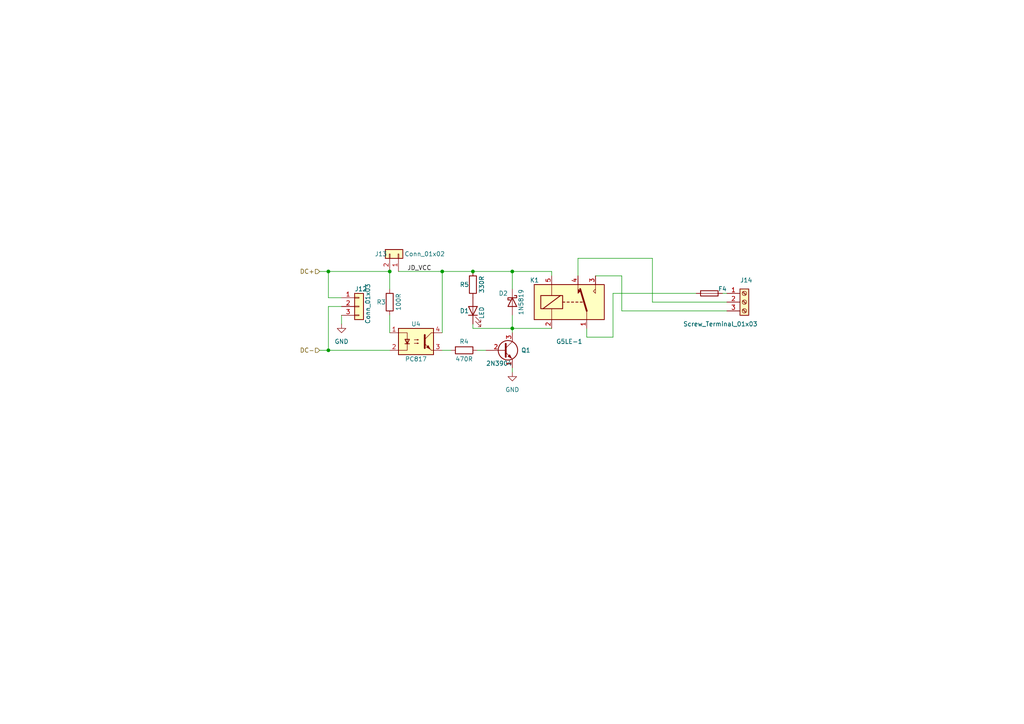
<source format=kicad_sch>
(kicad_sch (version 20211123) (generator eeschema)
  (paper "A4")
  (lib_symbols
    (symbol "Connector:Screw_Terminal_01x03" (pin_names (offset 1.016) hide)
      (property "Reference" "J" (at 0 5.08 0))
      (property "Value" "Screw_Terminal_01x03" (at 0 -5.08 0))
      (symbol "Screw_Terminal_01x03_1_1"
        (rectangle (start -1.27 3.81) (end 1.27 -3.81) (stroke (width 0.254)) (fill (type background)))
        (circle (center 0 -2.54) (radius 0.635) (stroke (width 0.1524)))
        (polyline (pts (xy -0.5334 -2.2098) (xy 0.3302 -3.048)) (stroke (width 0.1524)))
        (polyline (pts (xy -0.5334 0.3302) (xy 0.3302 -0.508)) (stroke (width 0.1524)))
        (polyline (pts (xy -0.5334 2.8702) (xy 0.3302 2.032)) (stroke (width 0.1524)))
        (polyline (pts (xy -0.3556 -2.032) (xy 0.508 -2.8702)) (stroke (width 0.1524)))
        (polyline (pts (xy -0.3556 0.508) (xy 0.508 -0.3302)) (stroke (width 0.1524)))
        (polyline (pts (xy -0.3556 3.048) (xy 0.508 2.2098)) (stroke (width 0.1524)))
        (circle (center 0 0) (radius 0.635) (stroke (width 0.1524)))
        (circle (center 0 2.54) (radius 0.635) (stroke (width 0.1524)))
        (pin passive line (at -5.08 2.54 0) (length 3.81) (name "Pin_1") (number "1"))
        (pin passive line (at -5.08 0 0) (length 3.81) (name "Pin_2") (number "2"))
        (pin passive line (at -5.08 -2.54 0) (length 3.81) (name "Pin_3") (number "3"))
      )
    )
    (symbol "Connector_Generic:Conn_01x02" (pin_names (offset 1.016) hide)
      (property "Reference" "J" (at 0 2.54 0))
      (property "Value" "Conn_01x02" (at 0 -5.08 0))
      (symbol "Conn_01x02_1_1"
        (rectangle (start -1.27 -2.413) (end 0 -2.667) (stroke (width 0.1524)))
        (rectangle (start -1.27 0.127) (end 0 -0.127) (stroke (width 0.1524)))
        (rectangle (start -1.27 1.27) (end 1.27 -3.81) (stroke (width 0.254)) (fill (type background)))
        (pin passive line (at -5.08 0 0) (length 3.81) (name "Pin_1") (number "1"))
        (pin passive line (at -5.08 -2.54 0) (length 3.81) (name "Pin_2") (number "2"))
      )
    )
    (symbol "Connector_Generic:Conn_01x03" (pin_names (offset 1.016) hide)
      (property "Reference" "J" (at 0 5.08 0))
      (property "Value" "Conn_01x03" (at 0 -5.08 0))
      (symbol "Conn_01x03_1_1"
        (rectangle (start -1.27 -2.413) (end 0 -2.667) (stroke (width 0.1524)))
        (rectangle (start -1.27 0.127) (end 0 -0.127) (stroke (width 0.1524)))
        (rectangle (start -1.27 2.667) (end 0 2.413) (stroke (width 0.1524)))
        (rectangle (start -1.27 3.81) (end 1.27 -3.81) (stroke (width 0.254)) (fill (type background)))
        (pin passive line (at -5.08 2.54 0) (length 3.81) (name "Pin_1") (number "1"))
        (pin passive line (at -5.08 0 0) (length 3.81) (name "Pin_2") (number "2"))
        (pin passive line (at -5.08 -2.54 0) (length 3.81) (name "Pin_3") (number "3"))
      )
    )
    (symbol "Device:Fuse" (pin_numbers hide) (pin_names (offset 0))
      (property "Reference" "F" (at 2.032 0 90))
      (property "Value" "Fuse" (at -1.905 0 90))
      (symbol "Fuse_0_1"
        (rectangle (start -0.762 -2.54) (end 0.762 2.54) (stroke (width 0.254)))
        (polyline (pts (xy 0 2.54) (xy 0 -2.54)))
      )
      (symbol "Fuse_1_1"
        (pin passive line (at 0 3.81 270) (length 1.27) (name "~") (number "1"))
        (pin passive line (at 0 -3.81 90) (length 1.27) (name "~") (number "2"))
      )
    )
    (symbol "Device:LED" (pin_numbers hide) (pin_names (offset 1.016) hide)
      (property "Reference" "D" (at 0 2.54 0))
      (property "Value" "LED" (at 0 -2.54 0))
      (symbol "LED_0_1"
        (polyline (pts (xy -1.27 -1.27) (xy -1.27 1.27)) (stroke (width 0.254)))
        (polyline (pts (xy -1.27 0) (xy 1.27 0)))
        (polyline (pts (xy 1.27 -1.27) (xy 1.27 1.27) (xy -1.27 0) (xy 1.27 -1.27)) (stroke (width 0.254)))
        (polyline (pts (xy -3.048 -0.762) (xy -4.572 -2.286) (xy -3.81 -2.286) (xy -4.572 -2.286) (xy -4.572 -1.524)))
        (polyline (pts (xy -1.778 -0.762) (xy -3.302 -2.286) (xy -2.54 -2.286) (xy -3.302 -2.286) (xy -3.302 -1.524)))
      )
      (symbol "LED_1_1"
        (pin passive line (at -3.81 0 0) (length 2.54) (name "K") (number "1"))
        (pin passive line (at 3.81 0 180) (length 2.54) (name "A") (number "2"))
      )
    )
    (symbol "Device:R" (pin_numbers hide) (pin_names (offset 0))
      (property "Reference" "R" (at 2.032 0 90))
      (property "Value" "R" (at 0 0 90))
      (symbol "R_0_1"
        (rectangle (start -1.016 -2.54) (end 1.016 2.54) (stroke (width 0.254)))
      )
      (symbol "R_1_1"
        (pin passive line (at 0 3.81 270) (length 1.27) (name "~") (number "1"))
        (pin passive line (at 0 -3.81 90) (length 1.27) (name "~") (number "2"))
      )
    )
    (symbol "Diode:1N5819" (pin_numbers hide) (pin_names (offset 1.016) hide)
      (property "Reference" "D" (at 0 2.54 0))
      (property "Value" "1N5819" (at 0 -2.54 0))
      (symbol "1N5819_0_1"
        (polyline (pts (xy 1.27 0) (xy -1.27 0)))
        (polyline (pts (xy 1.27 1.27) (xy 1.27 -1.27) (xy -1.27 0) (xy 1.27 1.27)) (stroke (width 0.254)))
        (polyline (pts (xy -1.905 0.635) (xy -1.905 1.27) (xy -1.27 1.27) (xy -1.27 -1.27) (xy -0.635 -1.27) (xy -0.635 -0.635)) (stroke (width 0.254)))
      )
      (symbol "1N5819_1_1"
        (pin passive line (at -3.81 0 0) (length 2.54) (name "K") (number "1"))
        (pin passive line (at 3.81 0 180) (length 2.54) (name "A") (number "2"))
      )
    )
    (symbol "Isolator:PC817" (pin_names (offset 1.016))
      (property "Reference" "U" (at -5.08 5.08 0))
      (property "Value" "PC817" (at 0 5.08 0))
      (symbol "PC817_0_1"
        (rectangle (start -5.08 3.81) (end 5.08 -3.81) (stroke (width 0.254)) (fill (type background)))
        (polyline (pts (xy -3.175 -0.635) (xy -1.905 -0.635)) (stroke (width 0.254)))
        (polyline (pts (xy 2.54 0.635) (xy 4.445 2.54)))
        (polyline (pts (xy 4.445 -2.54) (xy 2.54 -0.635)) (fill (type outline)))
        (polyline (pts (xy 4.445 -2.54) (xy 5.08 -2.54)))
        (polyline (pts (xy 4.445 2.54) (xy 5.08 2.54)))
        (polyline (pts (xy -5.08 2.54) (xy -2.54 2.54) (xy -2.54 -0.635)))
        (polyline (pts (xy -2.54 -0.635) (xy -2.54 -2.54) (xy -5.08 -2.54)))
        (polyline (pts (xy 2.54 1.905) (xy 2.54 -1.905) (xy 2.54 -1.905)) (stroke (width 0.508)))
        (polyline (pts (xy -2.54 -0.635) (xy -3.175 0.635) (xy -1.905 0.635) (xy -2.54 -0.635)) (stroke (width 0.254)))
        (polyline (pts (xy -0.508 -0.508) (xy 0.762 -0.508) (xy 0.381 -0.635) (xy 0.381 -0.381) (xy 0.762 -0.508)))
        (polyline (pts (xy -0.508 0.508) (xy 0.762 0.508) (xy 0.381 0.381) (xy 0.381 0.635) (xy 0.762 0.508)))
        (polyline (pts (xy 3.048 -1.651) (xy 3.556 -1.143) (xy 4.064 -2.159) (xy 3.048 -1.651) (xy 3.048 -1.651)) (fill (type outline)))
      )
      (symbol "PC817_1_1"
        (pin passive line (at -7.62 2.54 0) (length 2.54) (name "~") (number "1"))
        (pin passive line (at -7.62 -2.54 0) (length 2.54) (name "~") (number "2"))
        (pin passive line (at 7.62 -2.54 180) (length 2.54) (name "~") (number "3"))
        (pin passive line (at 7.62 2.54 180) (length 2.54) (name "~") (number "4"))
      )
    )
    (symbol "Relay:G5LE-1"
      (property "Reference" "K" (at 11.43 3.81 0))
      (property "Value" "G5LE-1" (at 11.43 1.27 0))
      (symbol "G5LE-1_0_0"
        (polyline (pts (xy 7.62 5.08) (xy 7.62 2.54) (xy 6.985 3.175) (xy 7.62 3.81)))
      )
      (symbol "G5LE-1_0_1"
        (rectangle (start -10.16 5.08) (end 10.16 -5.08) (stroke (width 0.254)) (fill (type background)))
        (rectangle (start -8.255 1.905) (end -1.905 -1.905) (stroke (width 0.254)))
        (polyline (pts (xy -7.62 -1.905) (xy -2.54 1.905)) (stroke (width 0.254)))
        (polyline (pts (xy -5.08 -5.08) (xy -5.08 -1.905)))
        (polyline (pts (xy -5.08 5.08) (xy -5.08 1.905)))
        (polyline (pts (xy -1.905 0) (xy -1.27 0)) (stroke (width 0.254)))
        (polyline (pts (xy -0.635 0) (xy 0 0)) (stroke (width 0.254)))
        (polyline (pts (xy 0.635 0) (xy 1.27 0)) (stroke (width 0.254)))
        (polyline (pts (xy 1.905 0) (xy 2.54 0)) (stroke (width 0.254)))
        (polyline (pts (xy 3.175 0) (xy 3.81 0)) (stroke (width 0.254)))
        (polyline (pts (xy 5.08 -2.54) (xy 3.175 3.81)) (stroke (width 0.508)))
        (polyline (pts (xy 5.08 -2.54) (xy 5.08 -5.08)))
        (polyline (pts (xy 2.54 5.08) (xy 2.54 2.54) (xy 3.175 3.175) (xy 2.54 3.81)) (fill (type outline)))
      )
      (symbol "G5LE-1_1_1"
        (pin passive line (at 5.08 -7.62 90) (length 2.54) (name "~") (number "1"))
        (pin passive line (at -5.08 -7.62 90) (length 2.54) (name "~") (number "2"))
        (pin passive line (at 7.62 7.62 270) (length 2.54) (name "~") (number "3"))
        (pin passive line (at 2.54 7.62 270) (length 2.54) (name "~") (number "4"))
        (pin passive line (at -5.08 7.62 270) (length 2.54) (name "~") (number "5"))
      )
    )
    (symbol "Transistor_BJT:2N3904" (pin_names (offset 0) hide)
      (property "Reference" "Q" (at 5.08 1.905 0))
      (property "Value" "2N3904" (at 5.08 0 0))
      (symbol "2N3904_0_1"
        (polyline (pts (xy 0.635 0.635) (xy 2.54 2.54)))
        (polyline (pts (xy 0.635 -0.635) (xy 2.54 -2.54) (xy 2.54 -2.54)))
        (polyline (pts (xy 0.635 1.905) (xy 0.635 -1.905) (xy 0.635 -1.905)) (stroke (width 0.508)))
        (polyline (pts (xy 1.27 -1.778) (xy 1.778 -1.27) (xy 2.286 -2.286) (xy 1.27 -1.778) (xy 1.27 -1.778)) (fill (type outline)))
        (circle (center 1.27 0) (radius 2.8194) (stroke (width 0.254)))
      )
      (symbol "2N3904_1_1"
        (pin passive line (at 2.54 -5.08 90) (length 2.54) (name "E") (number "1"))
        (pin passive line (at -5.08 0 0) (length 5.715) (name "B") (number "2"))
        (pin passive line (at 2.54 5.08 270) (length 2.54) (name "C") (number "3"))
      )
    )
    (symbol "power:GND" (power) (pin_names (offset 0))
      (property "Value" "GND" (at 0 -3.81 0))
      (symbol "GND_0_1"
        (polyline (pts (xy 0 0) (xy 0 -1.27) (xy 1.27 -1.27) (xy 0 -2.54) (xy -1.27 -1.27) (xy 0 -1.27)))
      )
      (symbol "GND_1_1"
        (pin power_in line (at 0 0 270) (length 0) hide (name "GND") (number "1"))
      )
    )
  )
  (junction (at 113.03 78.74))
  (junction (at 95.25 101.6))
  (junction (at 128.27 78.74))
  (junction (at 148.59 78.74))
  (junction (at 95.25 78.74))
  (junction (at 137.16 78.74))
  (junction (at 148.59 95.25))
  (wire (pts (xy 99.06 86.36) (xy 95.25 86.36)))
  (wire (pts (xy 167.64 80.01) (xy 167.64 74.93)))
  (wire (pts (xy 95.25 88.9) (xy 95.25 101.6)))
  (wire (pts (xy 189.23 87.63) (xy 210.82 87.63)))
  (wire (pts (xy 92.71 101.6) (xy 95.25 101.6)))
  (wire (pts (xy 99.06 88.9) (xy 95.25 88.9)))
  (wire (pts (xy 148.59 78.74) (xy 160.02 78.74)))
  (wire (pts (xy 177.8 85.09) (xy 201.93 85.09)))
  (wire (pts (xy 172.72 80.01) (xy 180.34 80.01)))
  (wire (pts (xy 95.25 78.74) (xy 113.03 78.74)))
  (wire (pts (xy 177.8 97.79) (xy 177.8 85.09)))
  (wire (pts (xy 148.59 95.25) (xy 148.59 96.52)))
  (wire (pts (xy 115.57 78.74) (xy 128.27 78.74)))
  (wire (pts (xy 113.03 78.74) (xy 113.03 83.82)))
  (wire (pts (xy 180.34 90.17) (xy 180.34 80.01)))
  (wire (pts (xy 128.27 96.52) (xy 128.27 78.74)))
  (wire (pts (xy 148.59 95.25) (xy 160.02 95.25)))
  (wire (pts (xy 160.02 78.74) (xy 160.02 80.01)))
  (wire (pts (xy 148.59 83.82) (xy 148.59 78.74)))
  (wire (pts (xy 189.23 74.93) (xy 189.23 87.63)))
  (wire (pts (xy 99.06 91.44) (xy 99.06 93.98)))
  (wire (pts (xy 148.59 91.44) (xy 148.59 95.25)))
  (wire (pts (xy 180.34 90.17) (xy 210.82 90.17)))
  (wire (pts (xy 137.16 78.74) (xy 148.59 78.74)))
  (wire (pts (xy 95.25 101.6) (xy 113.03 101.6)))
  (wire (pts (xy 167.64 74.93) (xy 189.23 74.93)))
  (wire (pts (xy 95.25 86.36) (xy 95.25 78.74)))
  (wire (pts (xy 137.16 95.25) (xy 148.59 95.25)))
  (wire (pts (xy 210.82 85.09) (xy 209.55 85.09)))
  (wire (pts (xy 128.27 101.6) (xy 130.81 101.6)))
  (wire (pts (xy 148.59 106.68) (xy 148.59 107.95)))
  (wire (pts (xy 137.16 93.98) (xy 137.16 95.25)))
  (wire (pts (xy 170.18 95.25) (xy 170.18 97.79)))
  (wire (pts (xy 113.03 91.44) (xy 113.03 96.52)))
  (wire (pts (xy 128.27 78.74) (xy 137.16 78.74)))
  (wire (pts (xy 138.43 101.6) (xy 140.97 101.6)))
  (wire (pts (xy 92.71 78.74) (xy 95.25 78.74)))
  (wire (pts (xy 170.18 97.79) (xy 177.8 97.79)))
  (label "JD_VCC" (at 118.11 78.74 0))
  (hierarchical_label "DC-" (shape input) (at 92.71 101.6 180))
  (hierarchical_label "DC+" (shape input) (at 92.71 78.74 180))
  (symbol (lib_id "Connector_Generic:Conn_01x02") (at 115.57 73.66 270) (mirror x) (unit 1)
    (property "Reference" "J13" (at 110.49 73.66 90))
    (property "Value" "Conn_01x02" (at 123.19 73.66 90))
    (property "Footprint" "Connector_PinHeader_2.54mm:PinHeader_1x02_P2.54mm_Vertical" (effects hide))
  )
  (symbol (lib_id "power:GND") (at 148.59 107.95 0) (unit 1)
    (property "Reference" "#PWR013" (effects hide))
    (property "Value" "GND" (at 148.59 113.03 0))
  )
  (symbol (lib_id "power:GND") (at 99.06 93.98 0) (unit 1)
    (property "Reference" "#PWR012" (effects hide))
    (property "Value" "GND" (at 99.06 99.06 0))
  )
  (symbol (lib_id "Device:Fuse") (at 205.74 85.09 90) (mirror x) (unit 1)
    (property "Reference" "F4" (at 210.82 83.82 90) (effects (justify left)))
    (property "Value" "SB_Fuse" (effects hide))
    (property "Footprint" "Fuse:Fuseholder_Cylinder-5x20mm_Schurter_0031_8201_Horizontal_Open" (effects hide))
  )
  (symbol (lib_id "Transistor_BJT:2N3904") (at 146.05 101.6 0) (unit 1)
    (property "Reference" "Q1" (at 151.13 101.6 0) (effects (justify left)))
    (property "Value" "2N3904" (at 140.97 105.41 0) (effects (justify left)))
    (property "Footprint" "Package_TO_SOT_THT:TO-92_Inline" (effects hide))
    (property "Datasheet" "https://www.onsemi.com/pub/Collateral/2N3903-D.PDF" (effects hide))
  )
  (symbol (lib_id "Device:R") (at 113.03 87.63 0) (unit 1)
    (property "Reference" "R3" (at 109.22 87.63 0) (effects (justify left)))
    (property "Value" "100R" (at 115.57 90.17 90) (effects (justify left)))
    (property "Footprint" "Resistor_SMD:R_1206_3216Metric" (effects hide))
  )
  (symbol (lib_id "Connector:Screw_Terminal_01x03") (at 215.9 87.63 0) (unit 1)
    (property "Reference" "J14" (at 214.63 81.28 0) (effects (justify left)))
    (property "Value" "Screw_Terminal_01x03" (at 198.12 93.98 0) (effects (justify left)))
    (property "Footprint" "TerminalBlock_RND:TerminalBlock_RND_205-00233_1x03_P5.08mm_Horizontal" (effects hide))
  )
  (symbol (lib_id "Connector_Generic:Conn_01x03") (at 104.14 88.9 0) (unit 1)
    (property "Reference" "J12" (at 102.87 83.82 0) (effects (justify left)))
    (property "Value" "Conn_01x03" (at 106.68 93.98 90) (effects (justify left)))
    (property "Footprint" "Connector_PinHeader_2.54mm:PinHeader_1x03_P2.54mm_Horizontal" (effects hide))
  )
  (symbol (lib_id "Device:LED") (at 137.16 90.17 90) (unit 1)
    (property "Reference" "D1" (at 133.35 90.17 90) (effects (justify right)))
    (property "Value" "LED" (at 139.7 88.9 0) (effects (justify right)))
    (property "Footprint" "LED_THT:LED_D3.0mm" (effects hide))
  )
  (symbol (lib_id "Device:R") (at 134.62 101.6 90) (unit 1)
    (property "Reference" "R4" (at 134.62 99.06 90))
    (property "Value" "470R" (at 134.62 104.14 90))
    (property "Footprint" "Resistor_SMD:R_1206_3216Metric" (effects hide))
  )
  (symbol (lib_id "Relay:G5LE-1") (at 165.1 87.63 0) (unit 1)
    (property "Reference" "K1" (at 153.67 81.28 0) (effects (justify left)))
    (property "Value" "G5LE-1" (at 161.29 99.06 0) (effects (justify left)))
    (property "Footprint" "Relay_THT:Relay_SPDT_Omron-G5LE-1" (effects hide))
    (property "Datasheet" "http://www.omron.com/ecb/products/pdf/en-g5le.pdf" (effects hide))
  )
  (symbol (lib_id "Isolator:PC817") (at 120.65 99.06 0) (unit 1)
    (property "Reference" "U4" (at 120.65 93.98 0))
    (property "Value" "PC817" (at 120.65 104.14 0))
    (property "Footprint" "Package_DIP:DIP-4_W7.62mm" (effects hide))
    (property "Datasheet" "http://www.soselectronic.cz/a_info/resource/d/pc817.pdf" (effects hide))
  )
  (symbol (lib_id "Diode:1N5819") (at 148.59 87.63 270) (unit 1)
    (property "Reference" "D2" (at 147.32 85.09 90) (effects (justify right)))
    (property "Value" "1N5819" (at 151.13 91.44 0) (effects (justify right)))
    (property "Footprint" "Diode_THT:D_DO-41_SOD81_P10.16mm_Horizontal" (effects hide))
    (property "Datasheet" "http://www.vishay.com/docs/88525/1n5817.pdf" (effects hide))
  )
  (symbol (lib_id "Device:R") (at 137.16 82.55 0) (unit 1)
    (property "Reference" "R5" (at 133.35 82.55 0) (effects (justify left)))
    (property "Value" "330R" (at 139.7 85.09 90) (effects (justify left)))
    (property "Footprint" "Resistor_SMD:R_1206_3216Metric" (effects hide))
  )
)
</source>
